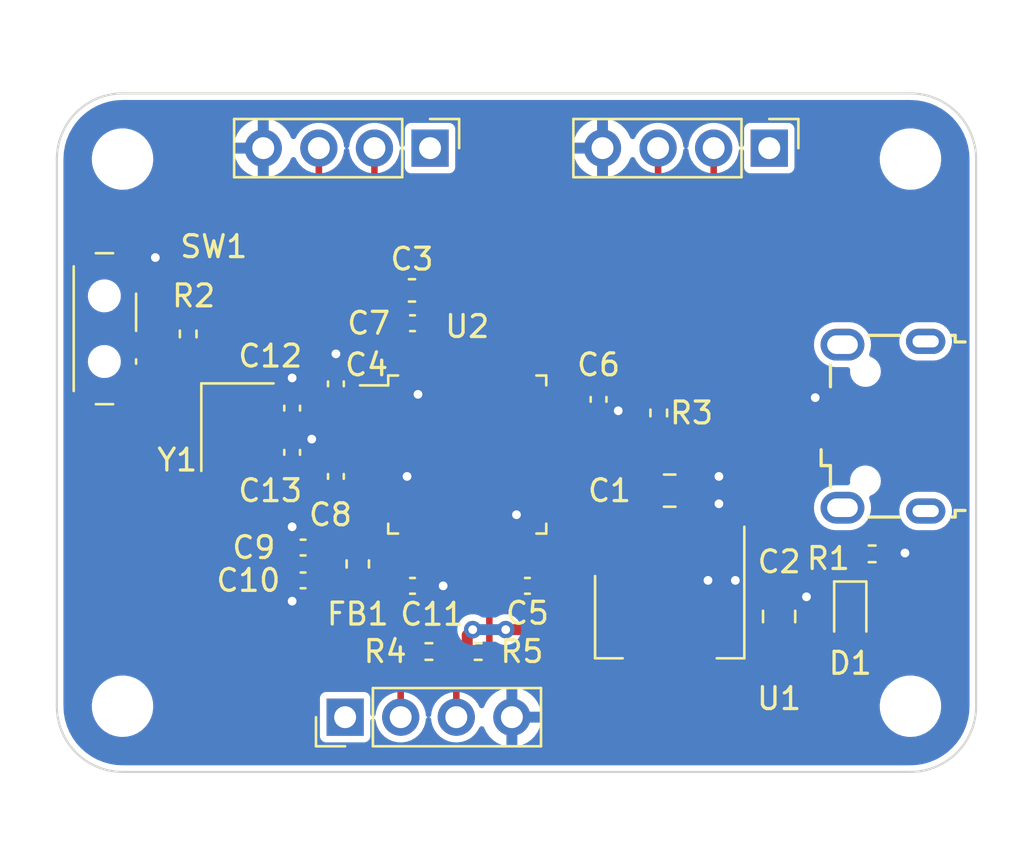
<source format=kicad_pcb>
(kicad_pcb (version 20211014) (generator pcbnew)
  (layers (0 "F.Cu" signal) (31 "B.Cu" power) (34 "B.Paste" user) (35 "F.Paste" user) (36 "B.SilkS" user "B.Silkscreen") (37 "F.SilkS" user "F.Silkscreen") (38 "B.Mask" user) (39 "F.Mask" user) (44 "Edge.Cuts" user))
  (net 0 "")
  (net 1 "VBUS")
  (net 2 "GND")
  (net 3 "+3V3")
  (net 4 "+3.3VA")
  (net 5 "/NRST")
  (net 6 "/HSE_IN")
  (net 7 "/HSE_OUT")
  (net 8 "/PWR_LED_K")
  (net 9 "/USB_D-")
  (net 10 "/USB_D+")
  (net 13 "/USART1_TX")
  (net 14 "/USART1_RX")
  (net 15 "/SWDIO")
  (net 16 "/SWCLK")
  (net 17 "/I2C2_SCL")
  (net 18 "/I2C2_SDA")
  (net 19 "/SW_BOOT0")
  (net 20 "/BOOT0")
  (footprint "Capacitor_SMD:C_0402_1005Metric" (layer "F.Cu") (at 136 97.75 180)
    (fp_text reference "C9" (at 2.25 0) (layer "F.SilkS"))
    (fp_text value "1u")
    (fp_line (start -0.107836 -0.36) (end 0.107836 -0.36) (layer "F.SilkS") (width 0.12))
    (fp_line (start -0.107836 0.36) (end 0.107836 0.36) (layer "F.SilkS") (width 0.12))
    (pad "1" smd roundrect (at -0.48 0 180) (size 0.56 0.62) (layers "F.Cu" "F.Paste" "F.Mask") (net 4 "+3.3VA"))
    (pad "2" smd roundrect (at 0.48 0 180) (size 0.56 0.62) (layers "F.Cu" "F.Paste" "F.Mask") (net 2 "GND"))
  )
  (footprint "Capacitor_SMD:C_0402_1005Metric" (layer "F.Cu") (at 135.5 91.38 90)
    (fp_text reference "C12" (at 2.38 -1 180) (layer "F.SilkS"))
    (fp_text value "10p")
    (fp_line (start -0.107836 -0.36) (end 0.107836 -0.36) (layer "F.SilkS") (width 0.12))
    (fp_line (start -0.107836 0.36) (end 0.107836 0.36) (layer "F.SilkS") (width 0.12))
    (pad "1" smd roundrect (at -0.48 0 90) (size 0.56 0.62) (layers "F.Cu" "F.Paste" "F.Mask") (net 6 "/HSE_IN"))
    (pad "2" smd roundrect (at 0.48 0 90) (size 0.56 0.62) (layers "F.Cu" "F.Paste" "F.Mask") (net 2 "GND"))
  )
  (footprint "Inductor_SMD:L_0603_1608Metric" (layer "F.Cu") (at 138.5 98.5 -90)
    (fp_text reference "FB1" (at 2.2875 0 180) (layer "F.SilkS"))
    (fp_text value "120R")
    (fp_line (start -0.162779 -0.51) (end 0.162779 -0.51) (layer "F.SilkS") (width 0.12))
    (fp_line (start -0.162779 0.51) (end 0.162779 0.51) (layer "F.SilkS") (width 0.12))
    (pad "1" smd roundrect (at -0.7875 0 270) (size 0.875 0.95) (layers "F.Cu" "F.Paste" "F.Mask") (net 4 "+3.3VA"))
    (pad "2" smd roundrect (at 0.7875 0 270) (size 0.875 0.95) (layers "F.Cu" "F.Paste" "F.Mask") (net 3 "+3V3"))
  )
  (footprint "Capacitor_SMD:C_0603_1608Metric" (layer "F.Cu") (at 140.975 86)
    (fp_text reference "C3" (at 0 -1.43) (layer "F.SilkS"))
    (fp_text value "10u")
    (fp_line (start -0.14058 0.51) (end 0.14058 0.51) (layer "F.SilkS") (width 0.12))
    (fp_line (start -0.14058 -0.51) (end 0.14058 -0.51) (layer "F.SilkS") (width 0.12))
    (pad "1" smd roundrect (at -0.775 0) (size 0.9 0.95) (layers "F.Cu" "F.Paste" "F.Mask") (net 3 "+3V3"))
    (pad "2" smd roundrect (at 0.775 0) (size 0.9 0.95) (layers "F.Cu" "F.Paste" "F.Mask") (net 2 "GND"))
  )
  (footprint "Resistor_SMD:R_0402_1005Metric" (layer "F.Cu") (at 141.75 102.5 180)
    (fp_text reference "R4" (at 2 0) (layer "F.SilkS"))
    (fp_text value "1k5")
    (fp_line (start -0.153641 0.38) (end 0.153641 0.38) (layer "F.SilkS") (width 0.12))
    (fp_line (start -0.153641 -0.38) (end 0.153641 -0.38) (layer "F.SilkS") (width 0.12))
    (pad "1" smd roundrect (at -0.51 0 180) (size 0.54 0.64) (layers "F.Cu" "F.Paste" "F.Mask") (net 3 "+3V3"))
    (pad "2" smd roundrect (at 0.51 0 180) (size 0.54 0.64) (layers "F.Cu" "F.Paste" "F.Mask") (net 17 "/I2C2_SCL"))
  )
  (footprint "MountingHole:MountingHole_2.2mm_M2" (layer "F.Cu") (at 163.75 105)
    (fp_text reference "H2")
    (fp_text value "MountingHole")
    (pad "" np_thru_hole circle (at 0 0) (size 2.2 2.2) (drill 2.2) (layers *.Cu *.Mask))
  )
  (footprint "MountingHole:MountingHole_2.2mm_M2" (layer "F.Cu") (at 127.75 80)
    (fp_text reference "H4")
    (fp_text value "MountingHole")
    (pad "" np_thru_hole circle (at 0 0) (size 2.2 2.2) (drill 2.2) (layers *.Cu *.Mask))
  )
  (footprint "Resistor_SMD:R_0402_1005Metric" (layer "F.Cu") (at 162 98.0375)
    (fp_text reference "R1" (at -2 0.2125) (layer "F.SilkS"))
    (fp_text value "1k5")
    (fp_line (start -0.153641 0.38) (end 0.153641 0.38) (layer "F.SilkS") (width 0.12))
    (fp_line (start -0.153641 -0.38) (end 0.153641 -0.38) (layer "F.SilkS") (width 0.12))
    (pad "1" smd roundrect (at -0.51 0) (size 0.54 0.64) (layers "F.Cu" "F.Paste" "F.Mask") (net 8 "/PWR_LED_K"))
    (pad "2" smd roundrect (at 0.51 0) (size 0.54 0.64) (layers "F.Cu" "F.Paste" "F.Mask") (net 2 "GND"))
  )
  (footprint "Connector_USB:USB_Micro-B_Wuerth_629105150521" (layer "F.Cu") (at 162.495 92.205 90)
    (fp_text reference "J1")
    (fp_text value "USB_B_Micro")
    (fp_line (start -1.8 -2.825) (end -1.8 -2.4) (layer "F.SilkS") (width 0.15))
    (fp_line (start -1.075 -2.825) (end -1.8 -2.825) (layer "F.SilkS") (width 0.15))
    (fp_line (start 3.85 3.75) (end 3.85 3.3) (layer "F.SilkS") (width 0.15))
    (fp_line (start -4.15 3.3) (end -3.85 3.3) (layer "F.SilkS") (width 0.15))
    (fp_line (start 4.15 0.75) (end 4.15 -0.65) (layer "F.SilkS") (width 0.15))
    (fp_line (start -1.8 -2.4) (end -2.8 -2.4) (layer "F.SilkS") (width 0.15))
    (fp_line (start 4.15 3.3) (end 4.15 3.15) (layer "F.SilkS") (width 0.15))
    (fp_line (start 1.8 -2.4) (end 2.8 -2.4) (layer "F.SilkS") (width 0.15))
    (fp_line (start 3.85 3.3) (end 4.15 3.3) (layer "F.SilkS") (width 0.15))
    (fp_line (start -3.85 3.3) (end -3.85 3.75) (layer "F.SilkS") (width 0.15))
    (fp_line (start -4.15 3.15) (end -4.15 3.3) (layer "F.SilkS") (width 0.15))
    (fp_line (start -4.15 -0.65) (end -4.15 0.75) (layer "F.SilkS") (width 0.15))
    (pad "" np_thru_hole oval (at 2.5 -0.8 90) (size 0.8 0.8) (drill 0.8) (layers *.Cu *.Mask))
    (pad "" np_thru_hole oval (at -2.5 -0.8 90) (size 0.8 0.8) (drill 0.8) (layers *.Cu *.Mask))
    (pad "1" smd rect (at -1.3 -1.9 90) (size 0.45 1.3) (layers "F.Cu" "F.Paste" "F.Mask") (net 1 "VBUS"))
    (pad "2" smd rect (at -0.65 -1.9 90) (size 0.45 1.3) (layers "F.Cu" "F.Paste" "F.Mask") (net 9 "/USB_D-"))
    (pad "3" smd rect (at 0 -1.9 90) (size 0.45 1.3) (layers "F.Cu" "F.Paste" "F.Mask") (net 10 "/USB_D+"))
    (pad "4" smd rect (at 0.65 -1.9 90) (size 0.45 1.3) (layers "F.Cu" "F.Paste" "F.Mask"))
    (pad "5" smd rect (at 1.3 -1.9 90) (size 0.45 1.3) (layers "F.Cu" "F.Paste" "F.Mask") (net 2 "GND"))
    (pad "6" thru_hole oval (at -3.875 1.95 90) (size 1.15 1.8) (drill oval 0.55 1.2) (layers *.Cu *.Mask))
    (pad "6" thru_hole oval (at -3.725 -1.85 90) (size 1.45 2) (drill oval 0.85 1.4) (layers *.Cu *.Mask))
    (pad "6" thru_hole oval (at 3.725 -1.85 90) (size 1.45 2) (drill oval 0.85 1.4) (layers *.Cu *.Mask))
    (pad "6" thru_hole oval (at 3.875 1.95 90) (size 1.15 1.8) (drill oval 0.55 1.2) (layers *.Cu *.Mask))
  )
  (footprint "Package_TO_SOT_SMD:SOT-223-3_TabPin2" (layer "F.Cu") (at 152.75 100.9 -90)
    (fp_text reference "U1" (at 3.75 -5 180) (layer "F.SilkS"))
    (fp_text value "AMS1117-3.3")
    (fp_line (start 1.91 -3.41) (end 1.91 -2.15) (layer "F.SilkS") (width 0.12))
    (fp_line (start -4.1 -3.41) (end 1.91 -3.41) (layer "F.SilkS") (width 0.12))
    (fp_line (start 1.91 3.41) (end 1.91 2.15) (layer "F.SilkS") (width 0.12))
    (fp_line (start -1.85 3.41) (end 1.91 3.41) (layer "F.SilkS") (width 0.12))
    (pad "1" smd rect (at -3.15 -2.3 270) (size 2 1.5) (layers "F.Cu" "F.Paste" "F.Mask") (net 2 "GND"))
    (pad "2" smd rect (at -3.15 0 270) (size 2 1.5) (layers "F.Cu" "F.Paste" "F.Mask") (net 3 "+3V3"))
    (pad "2" smd rect (at 3.15 0 270) (size 2 3.8) (layers "F.Cu" "F.Paste" "F.Mask") (net 3 "+3V3"))
    (pad "3" smd rect (at -3.15 2.3 270) (size 2 1.5) (layers "F.Cu" "F.Paste" "F.Mask") (net 1 "VBUS"))
  )
  (footprint "Capacitor_SMD:C_0402_1005Metric" (layer "F.Cu") (at 141 87.5)
    (fp_text reference "C7" (at -2 0) (layer "F.SilkS"))
    (fp_text value "100n")
    (fp_line (start -0.107836 -0.36) (end 0.107836 -0.36) (layer "F.SilkS") (width 0.12))
    (fp_line (start -0.107836 0.36) (end 0.107836 0.36) (layer "F.SilkS") (width 0.12))
    (pad "1" smd roundrect (at -0.48 0) (size 0.56 0.62) (layers "F.Cu" "F.Paste" "F.Mask") (net 3 "+3V3"))
    (pad "2" smd roundrect (at 0.48 0) (size 0.56 0.62) (layers "F.Cu" "F.Paste" "F.Mask") (net 2 "GND"))
  )
  (footprint "Connector_PinHeader_2.54mm:PinHeader_1x04_P2.54mm_Vertical" (layer "F.Cu") (at 141.8 79.5 -90)
    (fp_text reference "J2")
    (fp_text value "Conn_01x04_Male")
    (fp_line (start -1.33 0) (end -1.33 -1.33) (layer "F.SilkS") (width 0.12))
    (fp_line (start -1.33 1.27) (end -1.33 8.95) (layer "F.SilkS") (width 0.12))
    (fp_line (start -1.33 1.27) (end 1.33 1.27) (layer "F.SilkS") (width 0.12))
    (fp_line (start 1.33 1.27) (end 1.33 8.95) (layer "F.SilkS") (width 0.12))
    (fp_line (start -1.33 -1.33) (end 0 -1.33) (layer "F.SilkS") (width 0.12))
    (fp_line (start -1.33 8.95) (end 1.33 8.95) (layer "F.SilkS") (width 0.12))
    (pad "1" thru_hole rect (at 0 0 270) (size 1.7 1.7) (drill 1) (layers *.Cu *.Mask) (net 3 "+3V3"))
    (pad "2" thru_hole oval (at 0 2.54 270) (size 1.7 1.7) (drill 1) (layers *.Cu *.Mask) (net 13 "/USART1_TX"))
    (pad "3" thru_hole oval (at 0 5.08 270) (size 1.7 1.7) (drill 1) (layers *.Cu *.Mask) (net 14 "/USART1_RX"))
    (pad "4" thru_hole oval (at 0 7.62 270) (size 1.7 1.7) (drill 1) (layers *.Cu *.Mask) (net 2 "GND"))
  )
  (footprint "Capacitor_SMD:C_0402_1005Metric" (layer "F.Cu") (at 146.25 99.5 180)
    (fp_text reference "C5" (at 0 -1.25) (layer "F.SilkS"))
    (fp_text value "100n")
    (fp_line (start -0.107836 0.36) (end 0.107836 0.36) (layer "F.SilkS") (width 0.12))
    (fp_line (start -0.107836 -0.36) (end 0.107836 -0.36) (layer "F.SilkS") (width 0.12))
    (pad "1" smd roundrect (at -0.48 0 180) (size 0.56 0.62) (layers "F.Cu" "F.Paste" "F.Mask") (net 3 "+3V3"))
    (pad "2" smd roundrect (at 0.48 0 180) (size 0.56 0.62) (layers "F.Cu" "F.Paste" "F.Mask") (net 2 "GND"))
  )
  (footprint "Button_Switch_SMD:SW_SPDT_PCM12" (layer "F.Cu") (at 127.25 87.75 -90)
    (fp_text reference "SW1" (at -3.75 -4.67 180) (layer "F.SilkS"))
    (fp_text value "SW_SPDT")
    (fp_line (start -3.45 -0.07) (end -3.45 0.72) (layer "F.SilkS") (width 0.12))
    (fp_line (start 1.4 -1.12) (end 1.6 -1.12) (layer "F.SilkS") (width 0.12))
    (fp_line (start -2.85 1.73) (end 2.85 1.73) (layer "F.SilkS") (width 0.12))
    (fp_line (start -1.6 -1.12) (end 0.1 -1.12) (layer "F.SilkS") (width 0.12))
    (fp_line (start 3.45 0.72) (end 3.45 -0.07) (layer "F.SilkS") (width 0.12))
    (pad "" smd rect (at -3.65 -0.78 270) (size 1 0.8) (layers "F.Cu" "F.Paste" "F.Mask"))
    (pad "" np_thru_hole circle (at -1.5 0.33 270) (size 0.9 0.9) (drill 0.9) (layers *.Cu *.Mask))
    (pad "" smd rect (at 3.65 1.43 270) (size 1 0.8) (layers "F.Cu" "F.Paste" "F.Mask"))
    (pad "" np_thru_hole circle (at 1.5 0.33 270) (size 0.9 0.9) (drill 0.9) (layers *.Cu *.Mask))
    (pad "" smd rect (at 3.65 -0.78 270) (size 1 0.8) (layers "F.Cu" "F.Paste" "F.Mask"))
    (pad "" smd rect (at -3.65 1.43 270) (size 1 0.8) (layers "F.Cu" "F.Paste" "F.Mask"))
    (pad "1" smd rect (at -2.25 -1.43 270) (size 0.7 1.5) (layers "F.Cu" "F.Paste" "F.Mask") (net 2 "GND"))
    (pad "2" smd rect (at 0.75 -1.43 270) (size 0.7 1.5) (layers "F.Cu" "F.Paste" "F.Mask") (net 19 "/SW_BOOT0"))
    (pad "3" smd rect (at 2.25 -1.43 270) (size 0.7 1.5) (layers "F.Cu" "F.Paste" "F.Mask") (net 3 "+3V3"))
  )
  (footprint "Resistor_SMD:R_0402_1005Metric" (layer "F.Cu") (at 152.25 91.6 -90)
    (fp_text reference "R3" (at 0 -1.5 180) (layer "F.SilkS"))
    (fp_text value "1k5")
    (fp_line (start -0.153641 -0.38) (end 0.153641 -0.38) (layer "F.SilkS") (width 0.12))
    (fp_line (start -0.153641 0.38) (end 0.153641 0.38) (layer "F.SilkS") (width 0.12))
    (pad "1" smd roundrect (at -0.51 0 270) (size 0.54 0.64) (layers "F.Cu" "F.Paste" "F.Mask") (net 3 "+3V3"))
    (pad "2" smd roundrect (at 0.51 0 270) (size 0.54 0.64) (layers "F.Cu" "F.Paste" "F.Mask") (net 10 "/USB_D+"))
  )
  (footprint "Package_QFP:LQFP-48_7x7mm_P0.5mm" (layer "F.Cu") (at 143.5 93.5)
    (fp_text reference "U2" (at 0 -5.85) (layer "F.SilkS"))
    (fp_text value "STM32F103C8T6")
    (fp_line (start 3.16 -3.61) (end 3.61 -3.61) (layer "F.SilkS") (width 0.12))
    (fp_line (start -3.61 -3.16) (end -4.9 -3.16) (layer "F.SilkS") (width 0.12))
    (fp_line (start 3.61 3.61) (end 3.61 3.16) (layer "F.SilkS") (width 0.12))
    (fp_line (start 3.16 3.61) (end 3.61 3.61) (layer "F.SilkS") (width 0.12))
    (fp_line (start -3.16 3.61) (end -3.61 3.61) (layer "F.SilkS") (width 0.12))
    (fp_line (start -3.61 -3.61) (end -3.61 -3.16) (layer "F.SilkS") (width 0.12))
    (fp_line (start 3.61 -3.61) (end 3.61 -3.16) (layer "F.SilkS") (width 0.12))
    (fp_line (start -3.61 3.61) (end -3.61 3.16) (layer "F.SilkS") (width 0.12))
    (fp_line (start -3.16 -3.61) (end -3.61 -3.61) (layer "F.SilkS") (width 0.12))
    (pad "1" smd roundrect (at -4.1625 -2.75) (size 1.475 0.3) (layers "F.Cu" "F.Paste" "F.Mask") (net 3 "+3V3"))
    (pad "2" smd roundrect (at -4.1625 -2.25) (size 1.475 0.3) (layers "F.Cu" "F.Paste" "F.Mask"))
    (pad "3" smd roundrect (at -4.1625 -1.75) (size 1.475 0.3) (layers "F.Cu" "F.Paste" "F.Mask"))
    (pad "4" smd roundrect (at -4.1625 -1.25) (size 1.475 0.3) (layers "F.Cu" "F.Paste" "F.Mask"))
    (pad "5" smd roundrect (at -4.1625 -0.75) (size 1.475 0.3) (layers "F.Cu" "F.Paste" "F.Mask") (net 6 "/HSE_IN"))
    (pad "6" smd roundrect (at -4.1625 -0.25) (size 1.475 0.3) (layers "F.Cu" "F.Paste" "F.Mask") (net 7 "/HSE_OUT"))
    (pad "7" smd roundrect (at -4.1625 0.25) (size 1.475 0.3) (layers "F.Cu" "F.Paste" "F.Mask") (net 5 "/NRST"))
    (pad "8" smd roundrect (at -4.1625 0.75) (size 1.475 0.3) (layers "F.Cu" "F.Paste" "F.Mask") (net 2 "GND"))
    (pad "9" smd roundrect (at -4.1625 1.25) (size 1.475 0.3) (layers "F.Cu" "F.Paste" "F.Mask") (net 4 "+3.3VA"))
    (pad "10" smd roundrect (at -4.1625 1.75) (size 1.475 0.3) (layers "F.Cu" "F.Paste" "F.Mask"))
    (pad "11" smd roundrect (at -4.1625 2.25) (size 1.475 0.3) (layers "F.Cu" "F.Paste" "F.Mask"))
    (pad "12" smd roundrect (at -4.1625 2.75) (size 1.475 0.3) (layers "F.Cu" "F.Paste" "F.Mask"))
    (pad "13" smd roundrect (at -2.75 4.1625) (size 0.3 1.475) (layers "F.Cu" "F.Paste" "F.Mask"))
    (pad "14" smd roundrect (at -2.25 4.1625) (size 0.3 1.475) (layers "F.Cu" "F.Paste" "F.Mask"))
    (pad "15" smd roundrect (at -1.75 4.1625) (size 0.3 1.475) (layers "F.Cu" "F.Paste" "F.Mask"))
    (pad "16" smd roundrect (at -1.25 4.1625) (size 0.3 1.475) (layers "F.Cu" "F.Paste" "F.Mask"))
    (pad "17" smd roundrect (at -0.75 4.1625) (size 0.3 1.475) (layers "F.Cu" "F.Paste" "F.Mask"))
    (pad "18" smd roundrect (at -0.25 4.1625) (size 0.3 1.475) (layers "F.Cu" "F.Paste" "F.Mask"))
    (pad "19" smd roundrect (at 0.25 4.1625) (size 0.3 1.475) (layers "F.Cu" "F.Paste" "F.Mask"))
    (pad "20" smd roundrect (at 0.75 4.1625) (size 0.3 1.475) (layers "F.Cu" "F.Paste" "F.Mask"))
    (pad "21" smd roundrect (at 1.25 4.1625) (size 0.3 1.475) (layers "F.Cu" "F.Paste" "F.Mask") (net 17 "/I2C2_SCL"))
    (pad "22" smd roundrect (at 1.75 4.1625) (size 0.3 1.475) (layers "F.Cu" "F.Paste" "F.Mask") (net 18 "/I2C2_SDA"))
    (pad "23" smd roundrect (at 2.25 4.1625) (size 0.3 1.475) (layers "F.Cu" "F.Paste" "F.Mask") (net 2 "GND"))
    (pad "24" smd roundrect (at 2.75 4.1625) (size 0.3 1.475) (layers "F.Cu" "F.Paste" "F.Mask") (net 3 "+3V3"))
    (pad "25" smd roundrect (at 4.1625 2.75) (size 1.475 0.3) (layers "F.Cu" "F.Paste" "F.Mask"))
    (pad "26" smd roundrect (at 4.1625 2.25) (size 1.475 0.3) (layers "F.Cu" "F.Paste" "F.Mask"))
    (pad "27" smd roundrect (at 4.1625 1.75) (size 1.475 0.3) (layers "F.Cu" "F.Paste" "F.Mask"))
    (pad "28" smd roundrect (at 4.1625 1.25) (size 1.475 0.3) (layers "F.Cu" "F.Paste" "F.Mask"))
    (pad "29" smd roundrect (at 4.1625 0.75) (size 1.475 0.3) (layers "F.Cu" "F.Paste" "F.Mask"))
    (pad "30" smd roundrect (at 4.1625 0.25) (size 1.475 0.3) (layers "F.Cu" "F.Paste" "F.Mask"))
    (pad "31" smd roundrect (at 4.1625 -0.25) (size 1.475 0.3) (layers "F.Cu" "F.Paste" "F.Mask"))
    (pad "32" smd roundrect (at 4.1625 -0.75) (size 1.475 0.3) (layers "F.Cu" "F.Paste" "F.Mask") (net 9 "/USB_D-"))
    (pad "33" smd roundrect (at 4.1625 -1.25) (size 1.475 0.3) (layers "F.Cu" "F.Paste" "F.Mask") (net 10 "/USB_D+"))
    (pad "34" smd roundrect (at 4.1625 -1.75) (size 1.475 0.3) (layers "F.Cu" "F.Paste" "F.Mask") (net 15 "/SWDIO"))
    (pad "35" smd roundrect (at 4.1625 -2.25) (size 1.475 0.3) (layers "F.Cu" "F.Paste" "F.Mask") (net 2 "GND"))
    (pad "36" smd roundrect (at 4.1625 -2.75) (size 1.475 0.3) (layers "F.Cu" "F.Paste" "F.Mask") (net 3 "+3V3"))
    (pad "37" smd roundrect (at 2.75 -4.1625) (size 0.3 1.475) (layers "F.Cu" "F.Paste" "F.Mask") (net 16 "/SWCLK"))
    (pad "38" smd roundrect (at 2.25 -4.1625) (size 0.3 1.475) (layers "F.Cu" "F.Paste" "F.Mask"))
    (pad "39" smd roundrect (at 1.75 -4.1625) (size 0.3 1.475) (layers "F.Cu" "F.Paste" "F.Mask"))
    (pad "40" smd roundrect (at 1.25 -4.1625) (size 0.3 1.475) (layers "F.Cu" "F.Paste" "F.Mask"))
    (pad "41" smd roundrect (at 0.75 -4.1625) (size 0.3 1.475) (layers "F.Cu" "F.Paste" "F.Mask"))
    (pad "42" smd roundrect (at 0.25 -4.1625) (size 0.3 1.475) (layers "F.Cu" "F.Paste" "F.Mask") (net 13 "/USART1_TX"))
    (pad "43" smd roundrect (at -0.25 -4.1625) (size 0.3 1.475) (layers "F.Cu" "F.Paste" "F.Mask") (net 14 "/USART1_RX"))
    (pad "44" smd roundrect (at -0.75 -4.1625) (size 0.3 1.475) (layers "F.Cu" "F.Paste" "F.Mask") (net 20 "/BOOT0"))
    (pad "45" smd roundrect (at -1.25 -4.1625) (size 0.3 1.475) (layers "F.Cu" "F.Paste" "F.Mask"))
    (pad "46" smd roundrect (at -1.75 -4.1625) (size 0.3 1.475) (layers "F.Cu" "F.Paste" "F.Mask"))
    (pad "47" smd roundrect (at -2.25 -4.1625) (size 0.3 1.475) (layers "F.Cu" "F.Paste" "F.Mask") (net 2 "GND"))
    (pad "48" smd roundrect (at -2.75 -4.1625) (size 0.3 1.475) (layers "F.Cu" "F.Paste" "F.Mask") (net 3 "+3V3"))
  )
  (footprint "Crystal:Crystal_SMD_3225-4Pin_3.2x2.5mm" (layer "F.Cu") (at 133 92.25 -90)
    (fp_text reference "Y1" (at 1.5 2.75 180) (layer "F.SilkS"))
    (fp_text value "16MHz")
    (fp_line (start -2 1.65) (end 2 1.65) (layer "F.SilkS") (width 0.12))
    (fp_line (start -2 -1.65) (end -2 1.65) (layer "F.SilkS") (width 0.12))
    (pad "1" smd rect (at -1.1 0.85 270) (size 1.4 1.2) (layers "F.Cu" "F.Paste" "F.Mask") (net 6 "/HSE_IN"))
    (pad "2" smd rect (at 1.1 0.85 270) (size 1.4 1.2) (layers "F.Cu" "F.Paste" "F.Mask") (net 2 "GND"))
    (pad "3" smd rect (at 1.1 -0.85 270) (size 1.4 1.2) (layers "F.Cu" "F.Paste" "F.Mask") (net 7 "/HSE_OUT"))
    (pad "4" smd rect (at -1.1 -0.85 270) (size 1.4 1.2) (layers "F.Cu" "F.Paste" "F.Mask") (net 2 "GND"))
  )
  (footprint "Capacitor_SMD:C_0402_1005Metric" (layer "F.Cu") (at 137.5 90.27 90)
    (fp_text reference "C4" (at 0.87 1.4 180) (layer "F.SilkS"))
    (fp_text value "100n")
    (fp_line (start -0.107836 -0.36) (end 0.107836 -0.36) (layer "F.SilkS") (width 0.12))
    (fp_line (start -0.107836 0.36) (end 0.107836 0.36) (layer "F.SilkS") (width 0.12))
    (pad "1" smd roundrect (at -0.48 0 90) (size 0.56 0.62) (layers "F.Cu" "F.Paste" "F.Mask") (net 3 "+3V3"))
    (pad "2" smd roundrect (at 0.48 0 90) (size 0.56 0.62) (layers "F.Cu" "F.Paste" "F.Mask") (net 2 "GND"))
  )
  (footprint "Capacitor_SMD:C_0805_2012Metric" (layer "F.Cu") (at 152.75 95.15)
    (fp_text reference "C1" (at -2.75 0) (layer "F.SilkS"))
    (fp_text value "22u")
    (fp_line (start -0.261252 -0.735) (end 0.261252 -0.735) (layer "F.SilkS") (width 0.12))
    (fp_line (start -0.261252 0.735) (end 0.261252 0.735) (layer "F.SilkS") (width 0.12))
    (pad "1" smd roundrect (at -0.95 0) (size 1 1.45) (layers "F.Cu" "F.Paste" "F.Mask") (net 1 "VBUS"))
    (pad "2" smd roundrect (at 0.95 0) (size 1 1.45) (layers "F.Cu" "F.Paste" "F.Mask") (net 2 "GND"))
  )
  (footprint "Capacitor_SMD:C_0402_1005Metric" (layer "F.Cu") (at 136 99.25 180)
    (fp_text reference "C10" (at 2.5 0) (layer "F.SilkS"))
    (fp_text value "1u")
    (fp_line (start -0.107836 0.36) (end 0.107836 0.36) (layer "F.SilkS") (width 0.12))
    (fp_line (start -0.107836 -0.36) (end 0.107836 -0.36) (layer "F.SilkS") (width 0.12))
    (pad "1" smd roundrect (at -0.48 0 180) (size 0.56 0.62) (layers "F.Cu" "F.Paste" "F.Mask") (net 3 "+3V3"))
    (pad "2" smd roundrect (at 0.48 0 180) (size 0.56 0.62) (layers "F.Cu" "F.Paste" "F.Mask") (net 2 "GND"))
  )
  (footprint "Resistor_SMD:R_0402_1005Metric" (layer "F.Cu") (at 144 102.5)
    (fp_text reference "R5" (at 2 0) (layer "F.SilkS"))
    (fp_text value "1k5")
    (fp_line (start -0.153641 -0.38) (end 0.153641 -0.38) (layer "F.SilkS") (width 0.12))
    (fp_line (start -0.153641 0.38) (end 0.153641 0.38) (layer "F.SilkS") (width 0.12))
    (pad "1" smd roundrect (at -0.51 0) (size 0.54 0.64) (layers "F.Cu" "F.Paste" "F.Mask") (net 3 "+3V3"))
    (pad "2" smd roundrect (at 0.51 0) (size 0.54 0.64) (layers "F.Cu" "F.Paste" "F.Mask") (net 18 "/I2C2_SDA"))
  )
  (footprint "Capacitor_SMD:C_0805_2012Metric" (layer "F.Cu") (at 157.75 100.9 90)
    (fp_text reference "C2" (at 2.5 0 180) (layer "F.SilkS"))
    (fp_text value "22u")
    (fp_line (start -0.261252 0.735) (end 0.261252 0.735) (layer "F.SilkS") (width 0.12))
    (fp_line (start -0.261252 -0.735) (end 0.261252 -0.735) (layer "F.SilkS") (width 0.12))
    (pad "1" smd roundrect (at -0.95 0 90) (size 1 1.45) (layers "F.Cu" "F.Paste" "F.Mask") (net 3 "+3V3"))
    (pad "2" smd roundrect (at 0.95 0 90) (size 1 1.45) (layers "F.Cu" "F.Paste" "F.Mask") (net 2 "GND"))
  )
  (footprint "LED_SMD:LED_0603_1608Metric" (layer "F.Cu") (at 161 100.7875 -90)
    (fp_text reference "D1" (at 2.25 0 180) (layer "F.SilkS"))
    (fp_text value "RED")
    (fp_line (start -1.485 -0.735) (end -1.485 0.735) (layer "F.SilkS") (width 0.12))
    (fp_line (start 0.8 -0.735) (end -1.485 -0.735) (layer "F.SilkS") (width 0.12))
    (fp_line (start -1.485 0.735) (end 0.8 0.735) (layer "F.SilkS") (width 0.12))
    (pad "1" smd roundrect (at -0.7875 0 270) (size 0.875 0.95) (layers "F.Cu" "F.Paste" "F.Mask") (net 8 "/PWR_LED_K"))
    (pad "2" smd roundrect (at 0.7875 0 270) (size 0.875 0.95) (layers "F.Cu" "F.Paste" "F.Mask") (net 3 "+3V3"))
  )
  (footprint "MountingHole:MountingHole_2.2mm_M2" (layer "F.Cu") (at 127.75 105)
    (fp_text reference "H1")
    (fp_text value "MountingHole")
    (pad "" np_thru_hole circle (at 0 0) (size 2.2 2.2) (drill 2.2) (layers *.Cu *.Mask))
  )
  (footprint "Capacitor_SMD:C_0402_1005Metric" (layer "F.Cu") (at 137.5 94.5 90)
    (fp_text reference "C8" (at -1.75 -0.25 180) (layer "F.SilkS"))
    (fp_text value "10u")
    (fp_line (start -0.107836 0.36) (end 0.107836 0.36) (layer "F.SilkS") (width 0.12))
    (fp_line (start -0.107836 -0.36) (end 0.107836 -0.36) (layer "F.SilkS") (width 0.12))
    (pad "1" smd roundrect (at -0.48 0 90) (size 0.56 0.62) (layers "F.Cu" "F.Paste" "F.Mask") (net 4 "+3.3VA"))
    (pad "2" smd roundrect (at 0.48 0 90) (size 0.56 0.62) (layers "F.Cu" "F.Paste" "F.Mask") (net 2 "GND"))
  )
  (footprint "Capacitor_SMD:C_0402_1005Metric" (layer "F.Cu") (at 149.5 90.98 -90)
    (fp_text reference "C6" (at -1.58 0 180) (layer "F.SilkS"))
    (fp_text value "100n")
    (fp_line (start -0.107836 0.36) (end 0.107836 0.36) (layer "F.SilkS") (width 0.12))
    (fp_line (start -0.107836 -0.36) (end 0.107836 -0.36) (layer "F.SilkS") (width 0.12))
    (pad "1" smd roundrect (at -0.48 0 270) (size 0.56 0.62) (layers "F.Cu" "F.Paste" "F.Mask") (net 3 "+3V3"))
    (pad "2" smd roundrect (at 0.48 0 270) (size 0.56 0.62) (layers "F.Cu" "F.Paste" "F.Mask") (net 2 "GND"))
  )
  (footprint "Capacitor_SMD:C_0402_1005Metric" (layer "F.Cu") (at 141 99.5)
    (fp_text reference "C11" (at 0.9 1.3) (layer "F.SilkS"))
    (fp_text value "100n")
    (fp_line (start -0.107836 -0.36) (end 0.107836 -0.36) (layer "F.SilkS") (width 0.12))
    (fp_line (start -0.107836 0.36) (end 0.107836 0.36) (layer "F.SilkS") (width 0.12))
    (pad "1" smd roundrect (at -0.48 0) (size 0.56 0.62) (layers "F.Cu" "F.Paste" "F.Mask") (net 5 "/NRST"))
    (pad "2" smd roundrect (at 0.48 0) (size 0.56 0.62) (layers "F.Cu" "F.Paste" "F.Mask") (net 2 "GND"))
  )
  (footprint "MountingHole:MountingHole_2.2mm_M2" (layer "F.Cu") (at 163.75 80)
    (fp_text reference "H3")
    (fp_text value "MountingHole")
    (pad "" np_thru_hole circle (at 0 0) (size 2.2 2.2) (drill 2.2) (layers *.Cu *.Mask))
  )
  (footprint "Connector_PinHeader_2.54mm:PinHeader_1x04_P2.54mm_Vertical" (layer "F.Cu") (at 137.92 105.5 90)
    (fp_text reference "J4")
    (fp_text value "Conn_01x04_Male")
    (fp_line (start -1.33 8.95) (end 1.33 8.95) (layer "F.SilkS") (width 0.12))
    (fp_line (start -1.33 0) (end -1.33 -1.33) (layer "F.SilkS") (width 0.12))
    (fp_line (start -1.33 1.27) (end -1.33 8.95) (layer "F.SilkS") (width 0.12))
    (fp_line (start -1.33 -1.33) (end 0 -1.33) (layer "F.SilkS") (width 0.12))
    (fp_line (start 1.33 1.27) (end 1.33 8.95) (layer "F.SilkS") (width 0.12))
    (fp_line (start -1.33 1.27) (end 1.33 1.27) (layer "F.SilkS") (width 0.12))
    (pad "1" thru_hole rect (at 0 0 90) (size 1.7 1.7) (drill 1) (layers *.Cu *.Mask) (net 3 "+3V3"))
    (pad "2" thru_hole oval (at 0 2.54 90) (size 1.7 1.7) (drill 1) (layers *.Cu *.Mask) (net 17 "/I2C2_SCL"))
    (pad "3" thru_hole oval (at 0 5.08 90) (size 1.7 1.7) (drill 1) (layers *.Cu *.Mask) (net 18 "/I2C2_SDA"))
    (pad "4" thru_hole oval (at 0 7.62 90) (size 1.7 1.7) (drill 1) (layers *.Cu *.Mask) (net 2 "GND"))
  )
  (footprint "Resistor_SMD:R_0402_1005Metric" (layer "F.Cu") (at 130.75 87.99 90)
    (fp_text reference "R2" (at 1.74 0.25 180) (layer "F.SilkS"))
    (fp_text value "10k")
    (fp_line (start -0.153641 -0.38) (end 0.153641 -0.38) (layer "F.SilkS") (width 0.12))
    (fp_line (start -0.153641 0.38) (end 0.153641 0.38) (layer "F.SilkS") (width 0.12))
    (pad "1" smd roundrect (at -0.51 0 90) (size 0.54 0.64) (layers "F.Cu" "F.Paste" "F.Mask") (net 19 "/SW_BOOT0"))
    (pad "2" smd roundrect (at 0.51 0 90) (size 0.54 0.64) (layers "F.Cu" "F.Paste" "F.Mask") (net 20 "/BOOT0"))
  )
  (footprint "Capacitor_SMD:C_0402_1005Metric" (layer "F.Cu") (at 135.5 93.4 90)
    (fp_text reference "C13" (at -1.75 -1 180) (layer "F.SilkS"))
    (fp_text value "10p")
    (fp_line (start -0.107836 0.36) (end 0.107836 0.36) (layer "F.SilkS") (width 0.12))
    (fp_line (start -0.107836 -0.36) (end 0.107836 -0.36) (layer "F.SilkS") (width 0.12))
    (pad "1" smd roundrect (at -0.48 0 90) (size 0.56 0.62) (layers "F.Cu" "F.Paste" "F.Mask") (net 7 "/HSE_OUT"))
    (pad "2" smd roundrect (at 0.48 0 90) (size 0.56 0.62) (layers "F.Cu" "F.Paste" "F.Mask") (net 2 "GND"))
  )
  (footprint "Connector_PinHeader_2.54mm:PinHeader_1x04_P2.54mm_Vertical" (layer "F.Cu") (at 157.3 79.5 -90)
    (fp_text reference "J3")
    (fp_text value "Conn_01x04_Male")
    (fp_line (start -1.33 1.27) (end -1.33 8.95) (layer "F.SilkS") (width 0.12))
    (fp_line (start -1.33 8.95) (end 1.33 8.95) (layer "F.SilkS") (width 0.12))
    (fp_line (start -1.33 1.27) (end 1.33 1.27) (layer "F.SilkS") (width 0.12))
    (fp_line (start -1.33 -1.33) (end 0 -1.33) (layer "F.SilkS") (width 0.12))
    (fp_line (start -1.33 0) (end -1.33 -1.33) (layer "F.SilkS") (width 0.12))
    (fp_line (start 1.33 1.27) (end 1.33 8.95) (layer "F.SilkS") (width 0.12))
    (pad "1" thru_hole rect (at 0 0 270) (size 1.7 1.7) (drill 1) (layers *.Cu *.Mask) (net 3 "+3V3"))
    (pad "2" thru_hole oval (at 0 2.54 270) (size 1.7 1.7) (drill 1) (layers *.Cu *.Mask) (net 15 "/SWDIO"))
    (pad "3" thru_hole oval (at 0 5.08 270) (size 1.7 1.7) (drill 1) (layers *.Cu *.Mask) (net 16 "/SWCLK"))
    (pad "4" thru_hole oval (at 0 7.62 270) (size 1.7 1.7) (drill 1) (layers *.Cu *.Mask) (net 2 "GND"))
  )
  (gr_arc (start 163.75 77) (mid 165.87132 77.87868) (end 166.75 80) (layer "Edge.Cuts") (width 0.1))
  (gr_line (start 127.75 108) (end 163.75 108) (layer "Edge.Cuts") (width 0.1))
  (gr_arc (start 124.75 80) (mid 125.62868 77.87868) (end 127.75 77) (layer "Edge.Cuts") (width 0.1))
  (gr_arc (start 127.75 108) (mid 125.62868 107.12132) (end 124.75 105) (layer "Edge.Cuts") (width 0.1))
  (gr_arc (start 166.75 105) (mid 165.87132 107.12132) (end 163.75 108) (layer "Edge.Cuts") (width 0.1))
  (gr_line (start 166.75 105) (end 166.75 80) (layer "Edge.Cuts") (width 0.1))
  (gr_line (start 163.75 77) (end 127.75 77) (layer "Edge.Cuts") (width 0.1))
  (gr_line (start 124.75 80) (end 124.75 105) (layer "Edge.Cuts") (width 0.1))
  (segment (start 151.8 93.95) (end 151.8 95.15) (width 0.3) (layer "F.Cu") (net 1))
  (segment (start 151.8 95.15) (end 151.8 95.95) (width 0.3) (layer "F.Cu") (net 1))
  (segment (start 160.595 93.505) (end 152.245 93.505) (width 0.3) (layer "F.Cu") (net 1))
  (segment (start 151.8 95.95) (end 150.45 97.3) (width 0.3) (layer "F.Cu") (net 1))
  (segment (start 150.45 97.3) (end 150.45 97.75) (width 0.3) (layer "F.Cu") (net 1))
  (segment (start 152.245 93.505) (end 151.8 93.95) (width 0.3) (layer "F.Cu") (net 1))
  (segment (start 148.75 91.499639) (end 148.75 91.5) (width 0.3) (layer "F.Cu") (net 2))
  (segment (start 160.595 90.905) (end 159.405 90.905) (width 0.3) (layer "F.Cu") (net 2))
  (segment (start 137.5 89.79) (end 137.5 89) (width 0.5) (layer "F.Cu") (net 2))
  (segment (start 149.46 91.5) (end 149.5 91.46) (width 0.3) (layer "F.Cu") (net 2))
  (segment (start 141.5 88.25) (end 141.5 87.52) (width 0.3) (layer "F.Cu") (net 2))
  (segment (start 135.52 96.82) (end 135.5 96.8) (width 0.5) (layer "F.Cu") (net 2))
  (segment (start 135.5 90.9) (end 135.5 90) (width 0.3) (layer "F.Cu") (net 2))
  (segment (start 138.25 94.000361) (end 138.25 94) (width 0.3) (layer "F.Cu") (net 2))
  (segment (start 141.75 86.75) (end 141.48 87.02) (width 0.5) (layer "F.Cu") (net 2))
  (segment (start 163.4625 98.0375) (end 163.5 98) (width 0.3) (layer "F.Cu") (net 2))
  (segment (start 141.5 87.52) (end 141.48 87.5) (width 0.3) (layer "F.Cu") (net 2))
  (segment (start 145.75 97.6625) (end 145.75 99.48) (width 0.3) (layer "F.Cu") (net 2))
  (segment (start 137.52 94) (end 137.5 94.02) (width 0.3) (layer "F.Cu") (net 2))
  (segment (start 128.68 85.5) (end 129 85.5) (width 0.3) (layer "F.Cu") (net 2))
  (segment (start 141.48 99.5) (end 142.3 99.5) (width 0.5) (layer "F.Cu") (net 2))
  (segment (start 141.25 89.3375) (end 141.25 88.499639) (width 0.3) (layer "F.Cu") (net 2))
  (segment (start 138.25 94) (end 137.52 94) (width 0.3) (layer "F.Cu") (net 2))
  (segment (start 141.48 87.02) (end 141.48 87.5) (width 0.5) (layer "F.Cu") (net 2))
  (segment (start 136.270046 92.92) (end 136.395023 92.795023) (width 0.3) (layer "F.Cu") (net 2))
  (segment (start 135.52 99.25) (end 135.52 100.18) (width 0.5) (layer "F.Cu") (net 2))
  (segment (start 129.25 85.25) (end 129.25 84.5) (width 0.3) (layer "F.Cu") (net 2))
  (segment (start 135.52 100.18) (end 135.5 100.2) (width 0.5) (layer "F.Cu") (net 2))
  (segment (start 135.5 92.92) (end 136.270046 92.92) (width 0.3) (layer "F.Cu") (net 2))
  (segment (start 141.25 88.499639) (end 141.499639 88.25) (width 0.3) (layer "F.Cu") (net 2))
  (segment (start 129 85.5) (end 129.25 85.25) (width 0.3) (layer "F.Cu") (net 2))
  (segment (start 139.3375 94.25) (end 140.5 94.25) (width 0.3) (layer "F.Cu") (net 2))
  (segment (start 149.5 91.46) (end 150.36 91.46) (width 0.3) (layer "F.Cu") (net 2))
  (segment (start 150.36 91.46) (end 150.4 91.5) (width 0.3) (layer "F.Cu") (net 2))
  (segment (start 147.6625 91.25) (end 148.500361 91.25) (width 0.3) (layer "F.Cu") (net 2))
  (segment (start 148.75 91.5) (end 149.46 91.5) (width 0.3) (layer "F.Cu") (net 2))
  (segment (start 141.25 89.3375) (end 141.25 90.75) (width 0.3) (layer "F.Cu") (net 2))
  (segment (start 141.75 86) (end 141.75 86.75) (width 0.5) (layer "F.Cu") (net 2))
  (segment (start 162.51 98.0375) (end 163.4625 98.0375) (width 0.3) (layer "F.Cu") (net 2))
  (segment (start 159.405 90.905) (end 159.4 90.9) (width 0.3) (layer "F.Cu") (net 2))
  (segment (start 145.75 97.6625) (end 145.75 96.25) (width 0.3) (layer "F.Cu") (net 2))
  (segment (start 140.5 94.25) (end 140.75 94.5) (width 0.3) (layer "F.Cu") (net 2))
  (segment (start 145.75 99.48) (end 145.77 99.5) (width 0.3) (layer "F.Cu") (net 2))
  (segment (start 148.500361 91.25) (end 148.75 91.499639) (width 0.3) (layer "F.Cu") (net 2))
  (segment (start 138.499639 94.25) (end 138.25 94.000361) (width 0.3) (layer "F.Cu") (net 2))
  (segment (start 139.3375 94.25) (end 138.499639 94.25) (width 0.3) (layer "F.Cu") (net 2))
  (segment (start 135.52 97.75) (end 135.52 96.82) (width 0.5) (layer "F.Cu") (net 2))
  (segment (start 141.499639 88.25) (end 141.5 88.25) (width 0.3) (layer "F.Cu") (net 2))
  (via (at 154.5 99.25) (size 0.8) (drill 0.4) (layers "F.Cu" "B.Cu") (net 2))
  (via (at 163.5 98) (size 0.8) (drill 0.4) (layers "F.Cu" "B.Cu") (net 2))
  (via (at 145.75 96.25) (size 0.8) (drill 0.4) (layers "F.Cu" "B.Cu") (net 2))
  (via (at 142.4 99.5) (size 0.8) (drill 0.4) (layers "F.Cu" "B.Cu") (net 2))
  (via (at 137.5 88.9) (size 0.8) (drill 0.4) (layers "F.Cu" "B.Cu") (net 2))
  (via (at 155 94.5) (size 0.8) (drill 0.4) (layers "F.Cu" "B.Cu") (net 2))
  (via (at 140.75 94.5) (size 0.8) (drill 0.4) (layers "F.Cu" "B.Cu") (net 2))
  (via (at 136.395023 92.795023) (size 0.8) (drill 0.4) (layers "F.Cu" "B.Cu") (net 2))
  (via (at 155 95.75) (size 0.8) (drill 0.4) (layers "F.Cu" "B.Cu") (net 2))
  (via (at 129.25 84.5) (size 0.8) (drill 0.4) (layers "F.Cu" "B.Cu") (net 2))
  (via (at 135.5 90) (size 0.8) (drill 0.4) (layers "F.Cu" "B.Cu") (net 2))
  (via (at 155.75 99.25) (size 0.8) (drill 0.4) (layers "F.Cu" "B.Cu") (net 2))
  (via (at 135.5 100.2) (size 0.8) (drill 0.4) (layers "F.Cu" "B.Cu") (net 2))
  (via (at 135.5 96.8) (size 0.8) (drill 0.4) (layers "F.Cu" "B.Cu") (net 2))
  (via (at 141.25 90.75) (size 0.8) (drill 0.4) (layers "F.Cu" "B.Cu") (net 2))
  (via (at 159.4 90.9) (size 0.8) (drill 0.4) (layers "F.Cu" "B.Cu") (net 2))
  (via (at 159 100) (size 0.8) (drill 0.4) (layers "F.Cu" "B.Cu") (net 2))
  (via (at 150.4 91.5) (size 0.8) (drill 0.4) (layers "F.Cu" "B.Cu") (net 2))
  (segment (start 152.75 97.75) (end 152.75 100.75) (width 0.5) (layer "F.Cu") (net 3))
  (segment (start 153.4 101.85) (end 153 102.25) (width 0.5) (layer "F.Cu") (net 3))
  (segment (start 139.3375 90.75) (end 137.5 90.75) (width 0.3) (layer "F.Cu") (net 3))
  (segment (start 153 102.25) (end 153 102.75) (width 0.5) (layer "F.Cu") (net 3))
  (segment (start 153.15 101.85) (end 153 102) (width 0.5) (layer "F.Cu") (net 3))
  (segment (start 148.25 101) (end 146.75 99.5) (width 0.5) (layer "F.Cu") (net 3))
  (segment (start 140.75 89.3375) (end 140.75 88.5) (width 0.3) (layer "F.Cu") (net 3))
  (segment (start 153.25 102.5) (end 153 102.75) (width 0.5) (layer "F.Cu") (net 3))
  (segment (start 140.2 86) (end 140.2 86.7) (width 0.5) (layer "F.Cu") (net 3))
  (segment (start 153.85 101.85) (end 153.85 101.9) (width 0.5) (layer "F.Cu") (net 3))
  (segment (start 152.75 100.75) (end 153.85 101.85) (width 0.5) (layer "F.Cu") (net 3))
  (segment (start 140.5 87.52) (end 140.52 87.5) (width 0.3) (layer "F.Cu") (net 3))
  (segment (start 143.75 101.5) (end 143.5 101.75) (width 0.5) (layer "F.Cu") (net 3))
  (segment (start 153.4 101.85) (end 153.15 101.85) (width 0.5) (layer "F.Cu") (net 3))
  (segment (start 153.85 101.85) (end 153.4 101.85) (width 0.5) (layer "F.Cu") (net 3))
  (segment (start 140.5 88.25) (end 140.5 87.52) (width 0.3) (layer "F.Cu") (net 3))
  (segment (start 148.75 90.5) (end 149.5 90.5) (width 0.3) (layer "F.Cu") (net 3))
  (segment (start 148.25 101.5) (end 145.2595 101.5) (width 0.5) (layer "F.Cu") (net 3))
  (segment (start 140.52 87.02) (end 140.52 87.5) (width 0.5) (layer "F.Cu") (net 3))
  (segment (start 146.73 99.23) (end 146.73 99.5) (width 0.3) (layer "F.Cu") (net 3))
  (segment (start 152.75 102.75) (end 152.75 104.05) (width 0.5) (layer "F.Cu") (net 3))
  (segment (start 143.5 102.49) (end 143.49 102.5) (width 0.5) (layer "F.Cu") (net 3))
  (segment (start 158.5 106.5) (end 149.25 106.5) (width 0.5) (layer "F.Cu") (net 3))
  (segment (start 153.85 101.85) (end 157.75 101.85) (width 0.5) (layer "F.Cu") (net 3))
  (segment (start 159.65 101.85) (end 160.725 101.85) (width 0.5) (layer "F.Cu") (net 3))
  (segment (start 153.25 102.5) (end 152.75 103) (width 0.5) (layer "F.Cu") (net 3))
  (segment (start 146.25 98.75) (end 146.73 99.23) (width 0.3) (layer "F.Cu") (net 3))
  (segment (start 153 101.5) (end 153 102) (width 0.5) (layer "F.Cu") (net 3))
  (segment (start 146.75 99.5) (end 146.73 99.5) (width 0.5) (layer "F.Cu") (net 3))
  (segment (start 143.5 101.75) (end 143.5 102.49) (width 0.5) (layer "F.Cu") (net 3))
  (segment (start 146.25 97.6625) (end 146.25 98.75) (width 0.3) (layer "F.Cu") (net 3))
  (segment (start 148.25 105.5) (end 148.25 101.5) (width 0.5) (layer "F.Cu") (net 3))
  (segment (start 160.725 101.85) (end 161 101.575) (width 0.5) (layer "F.Cu") (net 3))
  (segment (start 149.25 106.5) (end 148.25 105.5) (width 0.5) (layer "F.Cu") (net 3))
  (segment (start 140.75 88.5) (end 140.5 88.25) (width 0.3) (layer "F.Cu") (net 3))
  (segment (start 148.5 90.75) (end 148.75 90.5) (width 0.3) (layer "F.Cu") (net 3))
  (segment (start 157.75 101.85) (end 159.65 101.85) (width 0.5) (layer "F.Cu") (net 3))
  (segment (start 153 102.75) (end 152.75 102.75) (width 0.5) (layer "F.Cu") (net 3))
  (segment (start 159.65 105.35) (end 158.5 106.5) (width 0.5) (layer "F.Cu") (net 3))
  (segment (start 140.2 86.7) (end 140.52 87.02) (width 0.5) (layer "F.Cu") (net 3))
  (segment (start 152.75 100.75) (end 152.75 102.75) (width 0.5) (layer "F.Cu") (net 3))
  (segment (start 148.25 101.5) (end 148.25 101) (width 0.5) (layer "F.Cu") (net 3))
  (segment (start 143.49 102.5) (end 142.26 102.5) (width 0.5) (layer "F.Cu") (net 3))
  (segment (start 147.6625 90.75) (end 148.5 90.75) (width 0.3) (layer "F.Cu") (net 3))
  (segment (start 152.75 103) (end 152.75 104.05) (width 0.5) (layer "F.Cu") (net 3))
  (segment (start 159.65 101.85) (end 159.65 105.35) (width 0.5) (layer "F.Cu") (net 3))
  (segment (start 153.85 101.9) (end 153.25 102.5) (width 0.5) (layer "F.Cu") (net 3))
  (via (at 143.75 101.5) (size 0.8) (drill 0.4) (layers "F.Cu" "B.Cu") (net 3))
  (via (at 145.2595 101.5) (size 0.8) (drill 0.4) (layers "F.Cu" "B.Cu") (net 3))
  (segment (start 145.2595 101.5) (end 143.75 101.5) (width 0.5) (layer "B.Cu") (net 3))
  (segment (start 138.25 94.999639) (end 138.25 95) (width 0.3) (layer "F.Cu") (net 4))
  (segment (start 139.3375 94.75) (end 138.499639 94.75) (width 0.3) (layer "F.Cu") (net 4))
  (segment (start 137.52 95) (end 137.5 94.98) (width 0.3) (layer "F.Cu") (net 4))
  (segment (start 138.499639 94.75) (end 138.25 94.999639) (width 0.3) (layer "F.Cu") (net 4))
  (segment (start 138.25 95) (end 137.52 95) (width 0.3) (layer "F.Cu") (net 4))
  (segment (start 141.75 95.175361) (end 139.75 97.175361) (width 0.3) (layer "F.Cu") (net 5))
  (segment (start 139.75 99.25) (end 140 99.5) (width 0.3) (layer "F.Cu") (net 5))
  (segment (start 141.25 93.75) (end 141.75 94.25) (width 0.3) (layer "F.Cu") (net 5))
  (segment (start 141.75 94.25) (end 141.75 95.175361) (width 0.3) (layer "F.Cu") (net 5))
  (segment (start 139.75 97.175361) (end 139.75 99.25) (width 0.3) (layer "F.Cu") (net 5))
  (segment (start 140 99.5) (end 140.52 99.5) (width 0.3) (layer "F.Cu") (net 5))
  (segment (start 139.3375 93.75) (end 141.25 93.75) (width 0.3) (layer "F.Cu") (net 5))
  (segment (start 135.5 91.86) (end 135.14 91.86) (width 0.3) (layer "F.Cu") (net 6))
  (segment (start 134.75 92.25) (end 133.15 92.25) (width 0.3) (layer "F.Cu") (net 6))
  (segment (start 139.3375 92.75) (end 138.25 92.75) (width 0.3) (layer "F.Cu") (net 6))
  (segment (start 135.14 91.86) (end 134.75 92.25) (width 0.3) (layer "F.Cu") (net 6))
  (segment (start 133.15 92.25) (end 132.15 91.25) (width 0.3) (layer "F.Cu") (net 6))
  (segment (start 137.36 91.86) (end 135.5 91.86) (width 0.3) (layer "F.Cu") (net 6))
  (segment (start 138.25 92.75) (end 137.36 91.86) (width 0.3) (layer "F.Cu") (net 6))
  (segment (start 132.15 91.25) (end 132.15 91.15) (width 0.3) (layer "F.Cu") (net 6))
  (segment (start 135.13 93.88) (end 134.6 93.35) (width 0.3) (layer "F.Cu") (net 7))
  (segment (start 134.6 93.35) (end 133.85 93.35) (width 0.3) (layer "F.Cu") (net 7))
  (segment (start 135.5 93.88) (end 135.13 93.88) (width 0.3) (layer "F.Cu") (net 7))
  (segment (start 139.3375 93.25) (end 137 93.25) (width 0.3) (layer "F.Cu") (net 7))
  (segment (start 136.37 93.88) (end 135.5 93.88) (width 0.3) (layer "F.Cu") (net 7))
  (segment (start 137 93.25) (end 136.37 93.88) (width 0.3) (layer "F.Cu") (net 7))
  (segment (start 161 100) (end 161 98.5275) (width 0.5) (layer "F.Cu") (net 8))
  (segment (start 161 98.5275) (end 161.49 98.0375) (width 0.5) (layer "F.Cu") (net 8))
  (segment (start 159.35 92.725) (end 159.48 92.855) (width 0.2) (layer "F.Cu") (net 9))
  (segment (start 147.6625 92.75) (end 147.687499 92.725001) (width 0.2) (layer "F.Cu") (net 9))
  (segment (start 147.687499 92.725001) (end 159.35 92.725) (width 0.2) (layer "F.Cu") (net 9))
  (segment (start 159.48 92.855) (end 160.595 92.855) (width 0.2) (layer "F.Cu") (net 9))
  (segment (start 147.687499 92.274999) (end 159.35 92.275) (width 0.2) (layer "F.Cu") (net 10))
  (segment (start 147.6625 92.25) (end 147.687499 92.274999) (width 0.2) (layer "F.Cu") (net 10))
  (segment (start 159.35 92.275) (end 159.42 92.205) (width 0.2) (layer "F.Cu") (net 10))
  (segment (start 159.42 92.205) (end 160.595 92.205) (width 0.2) (layer "F.Cu") (net 10))
  (segment (start 143.75 88.25) (end 145 87) (width 0.3) (layer "F.Cu") (net 13))
  (segment (start 145 82.75) (end 143.75 81.5) (width 0.3) (layer "F.Cu") (net 13))
  (segment (start 140 81.5) (end 139.25 80.75) (width 0.3) (layer "F.Cu") (net 13))
  (segment (start 139.26 80.74) (end 139.26 79.5) (width 0.3) (layer "F.Cu") (net 13))
  (segment (start 143.75 89.3375) (end 143.75 88.25) (width 0.3) (layer "F.Cu") (net 13))
  (segment (start 139.25 80.75) (end 139.26 80.74) (width 0.3) (layer "F.Cu") (net 13))
  (segment (start 143.75 81.5) (end 140 81.5) (width 0.3) (layer "F.Cu") (net 13))
  (segment (start 145 87) (end 145 82.75) (width 0.3) (layer "F.Cu") (net 13))
  (segment (start 143.25 89.3375) (end 143.25 87.75) (width 0.3) (layer "F.Cu") (net 14))
  (segment (start 143.75 83.5) (end 142.5 82.25) (width 0.3) (layer "F.Cu") (net 14))
  (segment (start 143.75 87.25) (end 143.75 83.5) (width 0.3) (layer "F.Cu") (net 14))
  (segment (start 142.5 82.25) (end 137.75 82.25) (width 0.3) (layer "F.Cu") (net 14))
  (segment (start 143.25 87.75) (end 143.75 87.25) (width 0.3) (layer "F.Cu") (net 14))
  (segment (start 136.72 81.22) (end 136.72 79.5) (width 0.3) (layer "F.Cu") (net 14))
  (segment (start 137.75 82.25) (end 136.72 81.22) (width 0.3) (layer "F.Cu") (net 14))
  (segment (start 146.5 91.425361) (end 146.5 90.574639) (width 0.3) (layer "F.Cu") (net 15))
  (segment (start 146.824639 91.75) (end 146.5 91.425361) (width 0.3) (layer "F.Cu") (net 15))
  (segment (start 146.5 90.574639) (end 154.76 82.314639) (width 0.3) (layer "F.Cu") (net 15))
  (segment (start 147.6625 91.75) (end 146.824639 91.75) (width 0.3) (layer "F.Cu") (net 15))
  (segment (start 154.76 82.314639) (end 154.76 79.5) (width 0.3) (layer "F.Cu") (net 15))
  (segment (start 152.22 81.78) (end 152.22 79.5) (width 0.3) (layer "F.Cu") (net 16))
  (segment (start 146.25 89.3375) (end 146.25 87.75) (width 0.3) (layer "F.Cu") (net 16))
  (segment (start 146.25 87.75) (end 152.22 81.78) (width 0.3) (layer "F.Cu") (net 16))
  (segment (start 144.75 97.6625) (end 144.75 98.500361) (width 0.3) (layer "F.Cu") (net 17))
  (segment (start 142.75 100.5) (end 141.24 102.01) (width 0.3) (layer "F.Cu") (net 17))
  (segment (start 142.750361 100.5) (end 142.75 100.5) (width 0.3) (layer "F.Cu") (net 17))
  (segment (start 141.24 103.26) (end 140.46 104.04) (width 0.3) (layer "F.Cu") (net 17))
  (segment (start 141.24 102.5) (end 141.24 103.26) (width 0.3) (layer "F.Cu") (net 17))
  (segment (start 144.75 98.500361) (end 142.750361 100.5) (width 0.3) (layer "F.Cu") (net 17))
  (segment (start 141.24 102.01) (end 141.24 102.5) (width 0.3) (layer "F.Cu") (net 17))
  (segment (start 140.46 104.04) (end 140.46 105.5) (width 0.3) (layer "F.Cu") (net 17))
  (segment (start 144.51 102.5) (end 144.51 102.74) (width 0.3) (layer "F.Cu") (net 18))
  (segment (start 145.25 99.017715) (end 144.51 99.757715) (width 0.3) (layer "F.Cu") (net 18))
  (segment (start 145.25 97.6625) (end 145.25 99.017715) (width 0.3) (layer "F.Cu") (net 18))
  (segment (start 143 104.25) (end 143 105.5) (width 0.3) (layer "F.Cu") (net 18))
  (segment (start 144.51 99.757715) (end 144.51 102.5) (width 0.3) (layer "F.Cu") (net 18))
  (segment (start 144.51 102.74) (end 143 104.25) (width 0.3) (layer "F.Cu") (net 18))
  (segment (start 130.75 88.5) (end 128.68 88.5) (width 0.3) (layer "F.Cu") (net 19))
  (segment (start 142.75 89.3375) (end 142.75 84.25) (width 0.3) (layer "F.Cu") (net 20))
  (segment (start 142.75 84.25) (end 141.75 83.25) (width 0.3) (layer "F.Cu") (net 20))
  (segment (start 141.75 83.25) (end 132.25 83.25) (width 0.3) (layer "F.Cu") (net 20))
  (segment (start 132.25 83.25) (end 130.75 84.75) (width 0.3) (layer "F.Cu") (net 20))
  (segment (start 130.75 84.75) (end 130.75 87.48) (width 0.3) (layer "F.Cu") (net 20))
  (zone (net 2) (net_name "GND") (layer "F.Cu") (connect_pads yes (clearance 0.3)) (min_thickness 0.25) (fill yes (thermal_gap 0.5) (thermal_bridge_width 0.5))
    (polygon (pts (xy 156.5 94.5) (xy 156.5 98.25) (xy 157.25 99) (xy 158.75 99) (xy 159.5 99.75) (xy 159.5 100.5) (xy 159.25 100.75) (xy 155.25 100.75) (xy 154.25 100) (xy 154.25 96.5) (xy 154 96.25) (xy 153.25 96.25) (xy 153 96) (xy 153 94.5) (xy 153.5 94) (xy 156 94)))
  )
  (zone (net 2) (net_name "GND") (layer "B.Cu") (connect_pads (clearance 0.3)) (min_thickness 0.25) (fill yes (thermal_gap 0.5) (thermal_bridge_width 0.5))
    (polygon (pts (xy 166.75 108.25) (xy 124.75 108) (xy 124.75 77) (xy 166.75 77)))
  )
)
</source>
